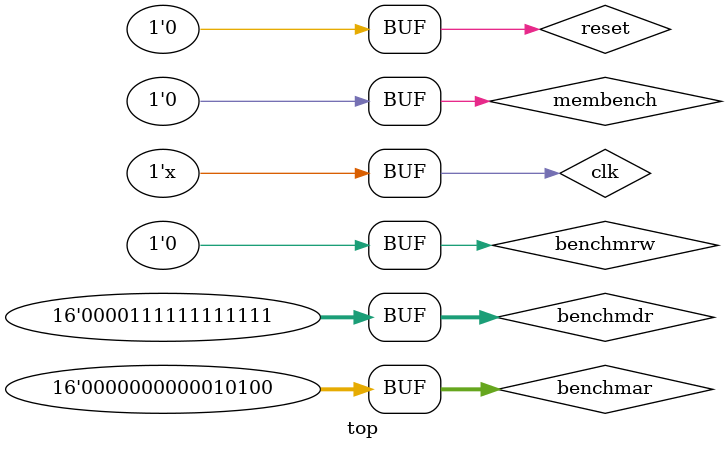
<source format=v>
`timescale 1ns / 1ps
module top;

reg clk, reset;

wire [15:0] isr, pcout, amar, maxmem;
reg [15:0] benchmdr, benchmar;
reg benchmrw, membench;
wire regw, memw, pci, sflag, pcin;
wire [1:0] spi, memin;

controller controller0(isr, regw, memw, memin, sflag, spi, pcin, pci);
datapath datapath0(clk, reset, isr, pcout, regw, memw, memin, sflag, spi, pcin, pci);

memory mem(clk, amar, benchmdr, isr, benchmrw, maxmem);

assign amar = (membench==0)?pcout:benchmar;

always
#5 clk = ~clk;

initial
begin

clk = 0;
reset = 1;
benchmrw = 0;
benchmar = 0;
benchmdr = 0;
membench = 1;
#100;

benchmrw = 1;
//Code Start

benchmdr = 16'b1011000000010000;
#10;
benchmar = benchmar + 1;
benchmdr = 16'b1110101000000000;
#10;
benchmar = benchmar + 1;
benchmdr = 16'b1011000000000000;
#10;
benchmar = benchmar + 1;
benchmdr = 16'b1011000000000000;
#10;
benchmar = benchmar + 1;
benchmdr = 16'b1100100000000000;
#10;
benchmar = benchmar + 1;
benchmdr = 16'b1100100100000000;
#10;
benchmar = benchmar + 1;
benchmdr = 16'b1011000000000001;
#10;
benchmar = benchmar + 1;
benchmdr = 16'b1101000100000000;
#10;
benchmar = benchmar + 1;
benchmdr = 16'b1100000100000000;
#10;
benchmar = benchmar + 1;
benchmdr = 16'b1101000000000000;
#10;
benchmar = benchmar + 1;
benchmdr = 16'b1100000000000000;
#10;
benchmar = benchmar + 1;
benchmdr = 16'b1100100000000000;
#10;
benchmar = benchmar + 1;
benchmdr = 16'b1100001000000000;
#10;
benchmar = benchmar + 1;
benchmdr = 16'b1100101100000000;
#10;
benchmar = benchmar + 1;
benchmdr = 16'b1100000100000000;
#10;
benchmar = benchmar + 1;
benchmdr = 16'b1110001100000000;
#10;
benchmar = benchmar + 1;
benchmdr = 16'b1100001100000000;
#10;
benchmar = benchmar + 1;
benchmdr = 16'b1110101100000000;
#10;
benchmar = benchmar + 1;
benchmdr = 16'b0100111111110011;
#10;
benchmar = benchmar + 1;
benchmdr = 16'b0000111111111111;
#10;
benchmar = benchmar + 1;





//Code End

benchmrw = 0;
membench = 0;
reset = 0;
#1000;





end
endmodule

</source>
